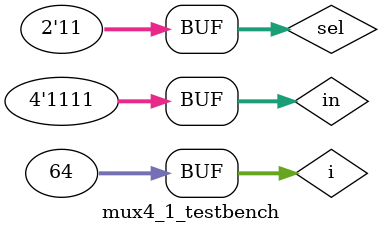
<source format=sv>
`timescale 1ps / 1ps
module mux4_1(in, sel, out);
	input logic [3:0] in; 
	input logic [1:0] sel;
	output logic out;
	
	logic m0_out, m1_out;
	
	mux2_1 m0 (.i0(in[0]), .i1(in[1]), .sel(sel[0]), .out(m0_out));
	mux2_1 m1 (.i0(in[2]), .i1(in[3]), .sel(sel[0]), .out(m1_out));
	mux2_1 m  (.i0(m0_out), .i1(m1_out), .sel(sel[1]), .out(out));
	
endmodule

module mux4_1_testbench();
	logic [3:0] in; 
	logic [1:0] sel;	
	logic out;
	
	mux4_1 dut (.in, .sel, .out);
	
	integer i;
	
	initial begin
		for(i=0; i<64; i++) begin
			{sel, in} = i; #750;
		end
	end
endmodule
</source>
